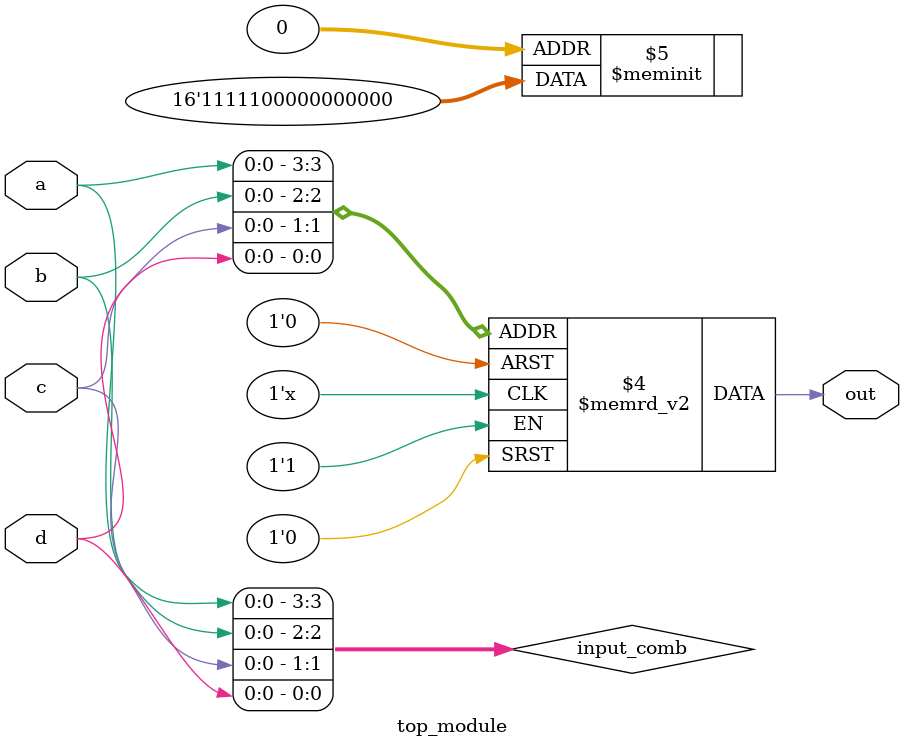
<source format=sv>
module top_module (
    input a, 
    input b,
    input c,
    input d,
    output reg out
);

// Input combination
reg [3:0] input_comb;

always @* begin
    // Combine the input bits into a 4-bit vector
    input_comb = {a, b, c, d};

    // Determine the output based on the input combination
    case(input_comb)
        4'b0000: out = 1'b0;
        4'b0001: out = 1'b0;
        4'b0010: out = 1'b0;
        4'b0011: out = 1'b0;
        4'b0100: out = 1'b0;
        4'b0101: out = 1'b0;
        4'b0110: out = 1'b0;
        4'b0111: out = 1'b0;
        4'b1000: out = 1'b0;
        4'b1001: out = 1'b0;
        4'b1010: out = 1'b0;
        4'b1011: out = 1'b1;
        4'b1100: out = 1'b1; // Change assignment to 1'b0 to fix the error
        4'b1101: out = 1'b1;
        4'b1110: out = 1'b1;
        4'b1111: out = 1'b1;
    endcase
end

endmodule

</source>
